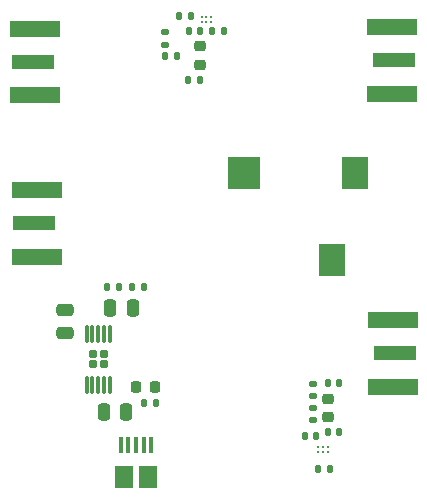
<source format=gbr>
%TF.GenerationSoftware,KiCad,Pcbnew,(6.0.9)*%
%TF.CreationDate,2022-12-23T15:52:02-08:00*%
%TF.ProjectId,pdm_mic_brd,70646d5f-6d69-4635-9f62-72642e6b6963,rev?*%
%TF.SameCoordinates,Original*%
%TF.FileFunction,Paste,Top*%
%TF.FilePolarity,Positive*%
%FSLAX46Y46*%
G04 Gerber Fmt 4.6, Leading zero omitted, Abs format (unit mm)*
G04 Created by KiCad (PCBNEW (6.0.9)) date 2022-12-23 15:52:02*
%MOMM*%
%LPD*%
G01*
G04 APERTURE LIST*
G04 Aperture macros list*
%AMRoundRect*
0 Rectangle with rounded corners*
0 $1 Rounding radius*
0 $2 $3 $4 $5 $6 $7 $8 $9 X,Y pos of 4 corners*
0 Add a 4 corners polygon primitive as box body*
4,1,4,$2,$3,$4,$5,$6,$7,$8,$9,$2,$3,0*
0 Add four circle primitives for the rounded corners*
1,1,$1+$1,$2,$3*
1,1,$1+$1,$4,$5*
1,1,$1+$1,$6,$7*
1,1,$1+$1,$8,$9*
0 Add four rect primitives between the rounded corners*
20,1,$1+$1,$2,$3,$4,$5,0*
20,1,$1+$1,$4,$5,$6,$7,0*
20,1,$1+$1,$6,$7,$8,$9,0*
20,1,$1+$1,$8,$9,$2,$3,0*%
G04 Aperture macros list end*
%ADD10RoundRect,0.250000X-0.250000X-0.475000X0.250000X-0.475000X0.250000X0.475000X-0.250000X0.475000X0*%
%ADD11RoundRect,0.140000X-0.140000X-0.170000X0.140000X-0.170000X0.140000X0.170000X-0.140000X0.170000X0*%
%ADD12RoundRect,0.218750X0.256250X-0.218750X0.256250X0.218750X-0.256250X0.218750X-0.256250X-0.218750X0*%
%ADD13R,3.600000X1.270000*%
%ADD14R,4.200000X1.350000*%
%ADD15RoundRect,0.135000X0.135000X0.185000X-0.135000X0.185000X-0.135000X-0.185000X0.135000X-0.185000X0*%
%ADD16RoundRect,0.218750X0.218750X0.256250X-0.218750X0.256250X-0.218750X-0.256250X0.218750X-0.256250X0*%
%ADD17RoundRect,0.140000X0.140000X0.170000X-0.140000X0.170000X-0.140000X-0.170000X0.140000X-0.170000X0*%
%ADD18C,0.215000*%
%ADD19RoundRect,0.135000X-0.185000X0.135000X-0.185000X-0.135000X0.185000X-0.135000X0.185000X0.135000X0*%
%ADD20R,2.200000X2.800000*%
%ADD21R,2.800000X2.800000*%
%ADD22RoundRect,0.135000X-0.135000X-0.185000X0.135000X-0.185000X0.135000X0.185000X-0.135000X0.185000X0*%
%ADD23RoundRect,0.250000X0.475000X-0.250000X0.475000X0.250000X-0.475000X0.250000X-0.475000X-0.250000X0*%
%ADD24RoundRect,0.170000X0.210000X-0.170000X0.210000X0.170000X-0.210000X0.170000X-0.210000X-0.170000X0*%
%ADD25RoundRect,0.075000X0.075000X-0.650000X0.075000X0.650000X-0.075000X0.650000X-0.075000X-0.650000X0*%
%ADD26RoundRect,0.135000X0.185000X-0.135000X0.185000X0.135000X-0.185000X0.135000X-0.185000X-0.135000X0*%
%ADD27RoundRect,0.218750X-0.256250X0.218750X-0.256250X-0.218750X0.256250X-0.218750X0.256250X0.218750X0*%
%ADD28R,0.400000X1.350000*%
%ADD29R,1.500000X1.900000*%
G04 APERTURE END LIST*
D10*
%TO.C,C1*%
X114052000Y-75896000D03*
X115952000Y-75896000D03*
%TD*%
D11*
%TO.C,C9*%
X133030000Y-73461500D03*
X133990000Y-73461500D03*
%TD*%
D12*
%TO.C,FB2*%
X133042000Y-76355000D03*
X133042000Y-74780000D03*
%TD*%
D13*
%TO.C,J15*%
X138638500Y-46137000D03*
D14*
X138438500Y-43312000D03*
X138438500Y-48962000D03*
%TD*%
D15*
%TO.C,R5*%
X133225000Y-80752000D03*
X132205000Y-80752000D03*
%TD*%
D16*
%TO.C,D1*%
X118366500Y-73785000D03*
X116791500Y-73785000D03*
%TD*%
D17*
%TO.C,C8*%
X122168000Y-47789000D03*
X121208000Y-47789000D03*
%TD*%
D18*
%TO.C,U3*%
X132195000Y-79299819D03*
X132195000Y-78899819D03*
X132595000Y-79299819D03*
X132595000Y-78899819D03*
X132995000Y-79299819D03*
X132995000Y-78899819D03*
%TD*%
D13*
%TO.C,J3*%
X108178000Y-59923000D03*
D14*
X108378000Y-57098000D03*
X108378000Y-62748000D03*
%TD*%
D15*
%TO.C,R4*%
X121405000Y-42354000D03*
X120385000Y-42354000D03*
%TD*%
D13*
%TO.C,J14*%
X138708000Y-70942000D03*
D14*
X138508000Y-73767000D03*
X138508000Y-68117000D03*
%TD*%
D13*
%TO.C,J4*%
X108022000Y-46266000D03*
D14*
X108222000Y-43441000D03*
X108222000Y-49091000D03*
%TD*%
D19*
%TO.C,R6*%
X119263000Y-43770000D03*
X119263000Y-44790000D03*
%TD*%
D20*
%TO.C,J16*%
X133330000Y-63044000D03*
X135330000Y-55644000D03*
D21*
X125930000Y-55644000D03*
%TD*%
D22*
%TO.C,R2*%
X116427000Y-65347000D03*
X117447000Y-65347000D03*
%TD*%
D17*
%TO.C,C4*%
X122183000Y-43662000D03*
X121223000Y-43662000D03*
%TD*%
D22*
%TO.C,R1*%
X114338000Y-65326000D03*
X115358000Y-65326000D03*
%TD*%
D23*
%TO.C,C3*%
X110742000Y-69179000D03*
X110742000Y-67279000D03*
%TD*%
D24*
%TO.C,U1*%
X114058000Y-71012000D03*
X113118000Y-71852000D03*
X113118000Y-71012000D03*
X114058000Y-71852000D03*
D25*
X112588000Y-73582000D03*
X113088000Y-73582000D03*
X113588000Y-73582000D03*
X114088000Y-73582000D03*
X114588000Y-73582000D03*
X114588000Y-69282000D03*
X114088000Y-69282000D03*
X113588000Y-69282000D03*
X113088000Y-69282000D03*
X112588000Y-69282000D03*
%TD*%
D11*
%TO.C,C7*%
X123231000Y-43665000D03*
X124191000Y-43665000D03*
%TD*%
D26*
%TO.C,R8*%
X131740000Y-76567000D03*
X131740000Y-75547000D03*
%TD*%
D22*
%TO.C,R7*%
X119246000Y-45800000D03*
X120266000Y-45800000D03*
%TD*%
D27*
%TO.C,FB1*%
X122179000Y-44926000D03*
X122179000Y-46501000D03*
%TD*%
D15*
%TO.C,R3*%
X118475000Y-75178000D03*
X117455000Y-75178000D03*
%TD*%
D11*
%TO.C,C5*%
X133014000Y-77624500D03*
X133974000Y-77624500D03*
%TD*%
D10*
%TO.C,C2*%
X114580000Y-67069000D03*
X116480000Y-67069000D03*
%TD*%
D17*
%TO.C,C6*%
X132023000Y-77942500D03*
X131063000Y-77942500D03*
%TD*%
D28*
%TO.C,J2*%
X115483000Y-78697000D03*
X116133000Y-78697000D03*
X116783000Y-78697000D03*
X117433000Y-78697000D03*
X118083000Y-78697000D03*
D29*
X117783000Y-81397000D03*
X115783000Y-81397000D03*
%TD*%
D18*
%TO.C,U2*%
X123139000Y-42473000D03*
X123139000Y-42873000D03*
X122739000Y-42473000D03*
X122739000Y-42873000D03*
X122339000Y-42473000D03*
X122339000Y-42873000D03*
%TD*%
D26*
%TO.C,R9*%
X131732000Y-74580000D03*
X131732000Y-73560000D03*
%TD*%
M02*

</source>
